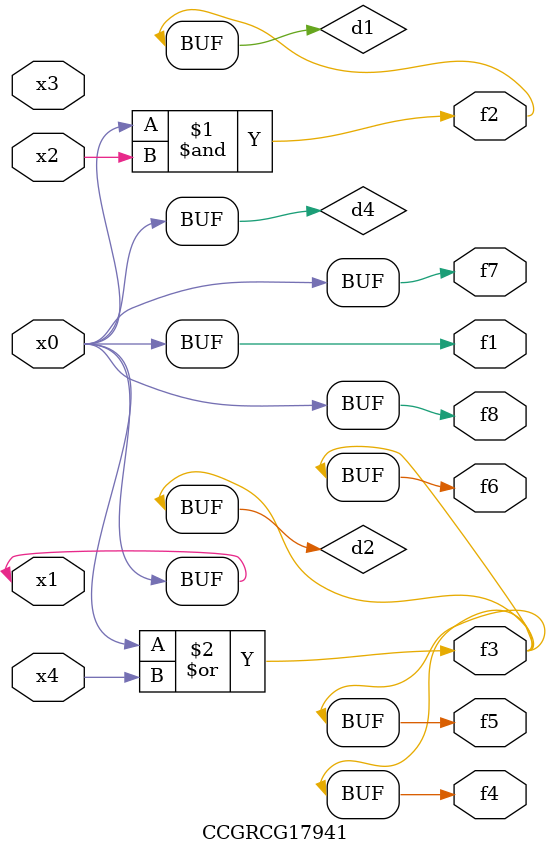
<source format=v>
module CCGRCG17941(
	input x0, x1, x2, x3, x4,
	output f1, f2, f3, f4, f5, f6, f7, f8
);

	wire d1, d2, d3, d4;

	and (d1, x0, x2);
	or (d2, x0, x4);
	nand (d3, x0, x2);
	buf (d4, x0, x1);
	assign f1 = d4;
	assign f2 = d1;
	assign f3 = d2;
	assign f4 = d2;
	assign f5 = d2;
	assign f6 = d2;
	assign f7 = d4;
	assign f8 = d4;
endmodule

</source>
